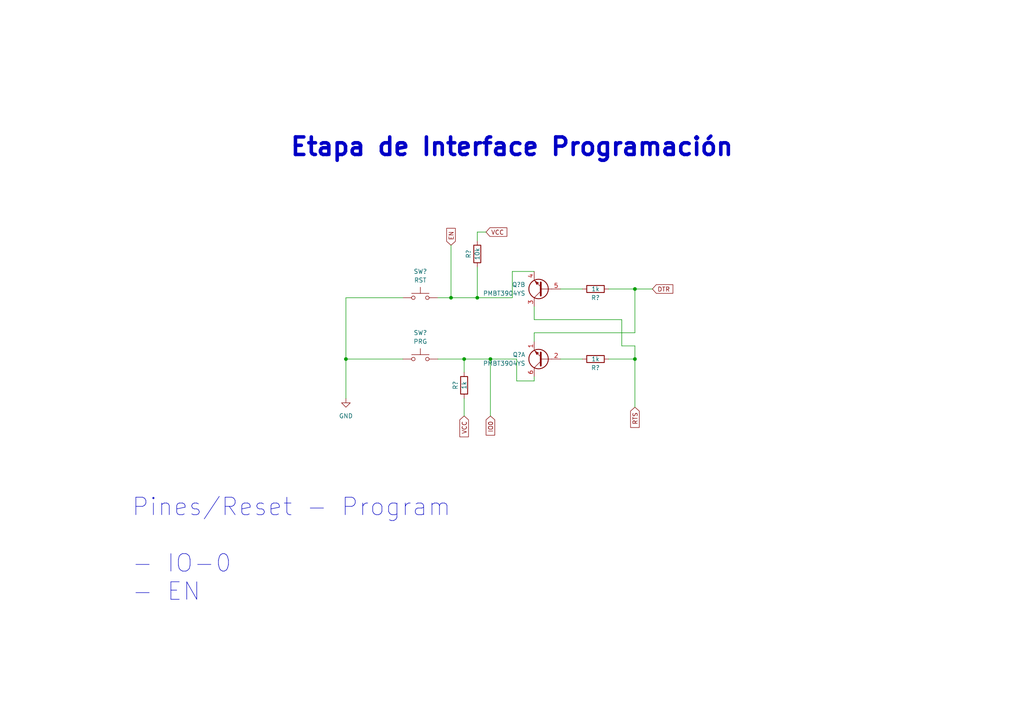
<source format=kicad_sch>
(kicad_sch (version 20211123) (generator eeschema)
  (paper "A4")
  (lib_symbols
    (symbol "Device:R" (pin_numbers hide) (pin_names (offset 0))
      (property "Reference" "R" (at 2.032 0 90))
      (property "Value" "R" (at 0 0 90))
      (symbol "R_0_1"
        (rectangle (start -1.016 -2.54) (end 1.016 2.54) (stroke (width 0.254)))
      )
      (symbol "R_1_1"
        (pin passive line (at 0 3.81 270) (length 1.27) (name "~") (number "1"))
        (pin passive line (at 0 -3.81 90) (length 1.27) (name "~") (number "2"))
      )
    )
    (symbol "Switch:SW_Push" (pin_numbers hide) (pin_names (offset 1.016) hide)
      (property "Reference" "SW" (at 1.27 2.54 0))
      (property "Value" "SW_Push" (at 0 -1.524 0))
      (symbol "SW_Push_0_1"
        (circle (center -2.032 0) (radius 0.508))
        (polyline (pts (xy 0 1.27) (xy 0 3.048)))
        (polyline (pts (xy 2.54 1.27) (xy -2.54 1.27)))
        (circle (center 2.032 0) (radius 0.508))
        (pin passive line (at -5.08 0 0) (length 2.54) (name "1") (number "1"))
        (pin passive line (at 5.08 0 180) (length 2.54) (name "2") (number "2"))
      )
    )
    (symbol "Transistor_BJT:PMBT3904YS" (pin_names (offset 0) hide)
      (property "Reference" "Q" (at 5.08 1.27 0))
      (property "Value" "PMBT3904YS" (at 5.08 -1.27 0))
      (symbol "PMBT3904YS_0_1"
        (polyline (pts (xy 0.635 0) (xy -2.54 0)))
        (polyline (pts (xy 0.635 0.635) (xy 2.54 2.54)))
        (polyline (pts (xy 0.635 -0.635) (xy 2.54 -2.54) (xy 2.54 -2.54)))
        (polyline (pts (xy 0.635 1.905) (xy 0.635 -1.905) (xy 0.635 -1.905)) (stroke (width 0.508)))
        (polyline (pts (xy 1.27 -1.778) (xy 1.778 -1.27) (xy 2.286 -2.286) (xy 1.27 -1.778) (xy 1.27 -1.778)) (fill (type outline)))
        (circle (center 1.27 0) (radius 2.8194) (stroke (width 0.254)))
      )
      (symbol "PMBT3904YS_1_1"
        (pin passive line (at 2.54 -5.08 90) (length 2.54) (name "E1") (number "1"))
        (pin input line (at -5.08 0 0) (length 2.54) (name "B1") (number "2"))
        (pin passive line (at 2.54 5.08 270) (length 2.54) (name "C1") (number "6"))
      )
      (symbol "PMBT3904YS_2_1"
        (pin passive line (at 2.54 5.08 270) (length 2.54) (name "C2") (number "3"))
        (pin passive line (at 2.54 -5.08 90) (length 2.54) (name "E2") (number "4"))
        (pin input line (at -5.08 0 0) (length 2.54) (name "B2") (number "5"))
      )
    )
    (symbol "power:GND" (power) (pin_names (offset 0))
      (property "Value" "GND" (at 0 -3.81 0))
      (symbol "GND_0_1"
        (polyline (pts (xy 0 0) (xy 0 -1.27) (xy 1.27 -1.27) (xy 0 -2.54) (xy -1.27 -1.27) (xy 0 -1.27)))
      )
      (symbol "GND_1_1"
        (pin power_in line (at 0 0 270) (length 0) hide (name "GND") (number "1"))
      )
    )
  )
  (junction (at 134.62 104.14))
  (junction (at 184.15 104.14))
  (junction (at 184.15 83.82))
  (junction (at 138.43 86.36))
  (junction (at 100.33 104.14))
  (junction (at 142.24 104.14))
  (junction (at 130.81 86.36))
  (wire (pts (xy 149.86 104.14) (xy 142.24 104.14)))
  (wire (pts (xy 180.34 100.33) (xy 184.15 100.33)))
  (wire (pts (xy 134.62 104.14) (xy 134.62 107.95)))
  (wire (pts (xy 127 104.14) (xy 134.62 104.14)))
  (wire (pts (xy 134.62 115.57) (xy 134.62 120.65)))
  (wire (pts (xy 138.43 77.47) (xy 138.43 86.36)))
  (wire (pts (xy 162.56 83.82) (xy 168.91 83.82)))
  (wire (pts (xy 184.15 104.14) (xy 184.15 118.11)))
  (wire (pts (xy 184.15 83.82) (xy 189.23 83.82)))
  (wire (pts (xy 184.15 83.82) (xy 184.15 96.52)))
  (wire (pts (xy 138.43 86.36) (xy 130.81 86.36)))
  (wire (pts (xy 154.94 110.49) (xy 149.86 110.49)))
  (wire (pts (xy 154.94 92.71) (xy 180.34 92.71)))
  (wire (pts (xy 100.33 104.14) (xy 100.33 115.57)))
  (wire (pts (xy 100.33 104.14) (xy 116.84 104.14)))
  (wire (pts (xy 130.81 71.12) (xy 130.81 86.36)))
  (wire (pts (xy 162.56 104.14) (xy 168.91 104.14)))
  (wire (pts (xy 100.33 86.36) (xy 100.33 104.14)))
  (wire (pts (xy 148.59 78.74) (xy 148.59 86.36)))
  (wire (pts (xy 154.94 110.49) (xy 154.94 109.22)))
  (wire (pts (xy 154.94 96.52) (xy 184.15 96.52)))
  (wire (pts (xy 100.33 86.36) (xy 116.84 86.36)))
  (wire (pts (xy 142.24 120.65) (xy 142.24 104.14)))
  (wire (pts (xy 180.34 92.71) (xy 180.34 100.33)))
  (wire (pts (xy 176.53 83.82) (xy 184.15 83.82)))
  (wire (pts (xy 184.15 100.33) (xy 184.15 104.14)))
  (wire (pts (xy 148.59 86.36) (xy 138.43 86.36)))
  (wire (pts (xy 176.53 104.14) (xy 184.15 104.14)))
  (wire (pts (xy 154.94 99.06) (xy 154.94 96.52)))
  (wire (pts (xy 138.43 67.31) (xy 138.43 69.85)))
  (wire (pts (xy 154.94 88.9) (xy 154.94 92.71)))
  (wire (pts (xy 142.24 104.14) (xy 134.62 104.14)))
  (wire (pts (xy 154.94 78.74) (xy 148.59 78.74)))
  (wire (pts (xy 130.81 86.36) (xy 127 86.36)))
  (wire (pts (xy 140.97 67.31) (xy 138.43 67.31)))
  (wire (pts (xy 149.86 110.49) (xy 149.86 104.14)))
  (text "Pines/Reset - Program\n\n- IO-0\n- EN\n\n" (at 38.1 182.88 0) (effects (font (size 5.08 5.08)) (justify left bottom)))
  (text "Etapa de Interface Programación\n" (at 83.82 45.72 0) (effects (font (size 5.08 5.08) (thickness 1.016) bold) (justify left bottom)))
  (global_label "RTS" (shape input) (at 184.15 118.11 270) (property "Intersheet References" "${INTERSHEET_REFS}" (effects hide)))
  (global_label "VCC" (shape input) (at 140.97 67.31 0) (property "Intersheet References" "${INTERSHEET_REFS}" (effects hide)))
  (global_label "EN" (shape input) (at 130.81 71.12 90) (property "Intersheet References" "${INTERSHEET_REFS}" (effects hide)))
  (global_label "VCC" (shape input) (at 134.62 120.65 270) (property "Intersheet References" "${INTERSHEET_REFS}" (effects hide)))
  (global_label "DTR" (shape input) (at 189.23 83.82 0) (property "Intersheet References" "${INTERSHEET_REFS}" (effects hide)))
  (global_label "IO0" (shape input) (at 142.24 120.65 270) (property "Intersheet References" "${INTERSHEET_REFS}" (effects hide)))
  (symbol (lib_id "Switch:SW_Push") (at 121.92 86.36 0) (unit 1)
    (property "Reference" "SW?" (at 121.92 78.74 0))
    (property "Value" "RST" (at 121.92 81.28 0))
    (property "Footprint" "Button_Switch_SMD:SW_SPST_CK_RS282G05A3" (effects hide))
  )
  (symbol (lib_id "Switch:SW_Push") (at 121.92 104.14 0) (unit 1)
    (property "Reference" "SW?" (at 121.92 96.52 0))
    (property "Value" "PRG" (at 121.92 99.06 0))
    (property "Footprint" "Button_Switch_SMD:SW_SPST_CK_RS282G05A3" (effects hide))
  )
  (symbol (lib_id "Device:R") (at 138.43 73.66 180) (unit 1)
    (property "Reference" "R?" (at 135.89 73.66 90))
    (property "Value" "10k" (at 138.43 73.66 90))
    (property "Footprint" "Resistor_SMD:R_0603_1608Metric_Pad0.98x0.95mm_HandSolder" (effects hide))
  )
  (symbol (lib_id "Transistor_BJT:PMBT3904YS") (at 157.48 104.14 180) (unit 1)
    (property "Reference" "Q?" (at 152.4 102.8699 0) (effects (justify left)))
    (property "Value" "PMBT3904YS" (at 152.4 105.4099 0) (effects (justify left)))
    (property "Footprint" "Package_TO_SOT_SMD:SOT-363_SC-70-6" (effects hide))
    (property "Datasheet" "https://assets.nexperia.com/documents/data-sheet/PMBT3904YS.pdf" (effects hide))
  )
  (symbol (lib_id "Device:R") (at 172.72 83.82 270) (unit 1)
    (property "Reference" "R?" (at 172.72 86.36 90))
    (property "Value" "1k" (at 172.72 83.82 90))
    (property "Footprint" "Resistor_SMD:R_0603_1608Metric_Pad0.98x0.95mm_HandSolder" (effects hide))
  )
  (symbol (lib_id "Transistor_BJT:PMBT3904YS") (at 157.48 83.82 180) (unit 2)
    (property "Reference" "Q?" (at 152.4 82.5499 0) (effects (justify left)))
    (property "Value" "PMBT3904YS" (at 152.4 85.0899 0) (effects (justify left)))
    (property "Footprint" "Package_TO_SOT_SMD:SOT-363_SC-70-6" (effects hide))
    (property "Datasheet" "https://assets.nexperia.com/documents/data-sheet/PMBT3904YS.pdf" (effects hide))
  )
  (symbol (lib_id "power:GND") (at 100.33 115.57 0) (unit 1)
    (property "Reference" "#PWR?" (effects hide))
    (property "Value" "GND" (at 100.33 120.65 0))
  )
  (symbol (lib_id "Device:R") (at 172.72 104.14 270) (unit 1)
    (property "Reference" "R?" (at 172.72 106.68 90))
    (property "Value" "1k" (at 172.72 104.14 90))
    (property "Footprint" "Resistor_SMD:R_0603_1608Metric_Pad0.98x0.95mm_HandSolder" (effects hide))
  )
  (symbol (lib_id "Device:R") (at 134.62 111.76 180) (unit 1)
    (property "Reference" "R?" (at 132.08 111.76 90))
    (property "Value" "1k" (at 134.62 111.76 90))
    (property "Footprint" "Resistor_SMD:R_0603_1608Metric_Pad0.98x0.95mm_HandSolder" (effects hide))
  )
)
</source>
